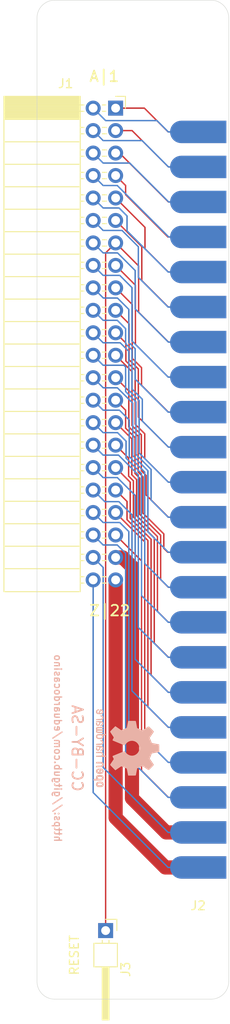
<source format=kicad_pcb>
(kicad_pcb (version 20221018) (generator pcbnew)
  (layers (0 "F.Cu" signal) (31 "B.Cu" signal) (34 "B.Paste" user) (35 "F.Paste" user) (36 "B.SilkS" user "B.Silkscreen") (37 "F.SilkS" user "F.Silkscreen") (38 "B.Mask" user) (39 "F.Mask" user) (44 "Edge.Cuts" user))
  (net 0 "")
  (net 1 "Net-(J1-SYNC)")
  (net 2 "Net-(J1-~{RDY})")
  (net 3 "Net-(J1-Ø1)")
  (net 4 "Net-(J1-~{IRQ})")
  (net 5 "Net-(J1-R0)")
  (net 6 "Net-(J1-~{NMI})")
  (net 7 "Net-(J1-~{RES})")
  (net 8 "Net-(J1-D7)")
  (net 9 "Net-(J1-D6)")
  (net 10 "Net-(J1-D5)")
  (net 11 "Net-(J1-D4)")
  (net 12 "Net-(J1-D3)")
  (net 13 "Net-(J1-D2)")
  (net 14 "Net-(J1-D1)")
  (net 15 "Net-(J1-D0)")
  (net 16 "Net-(J1-K6)")
  (net 17 "Net-(J1-SST)")
  (net 18 "Net-(J1-N.C.-Pad18)")
  (net 19 "Net-(J1-N.C.-Pad19)")
  (net 20 "Net-(J1-N.C.-Pad20)")
  (net 21 "Net-(J1-+5V)")
  (net 22 "Net-(J1-GND)")
  (net 23 "Net-(J1-A0)")
  (net 24 "Net-(J1-A1)")
  (net 25 "Net-(J1-A2)")
  (net 26 "Net-(J1-A3)")
  (net 27 "Net-(J1-A4)")
  (net 28 "Net-(J1-A5)")
  (net 29 "Net-(J1-A6)")
  (net 30 "Net-(J1-A7)")
  (net 31 "Net-(J1-A8)")
  (net 32 "Net-(J1-A9)")
  (net 33 "Net-(J1-A10)")
  (net 34 "Net-(J1-A11)")
  (net 35 "Net-(J1-A12)")
  (net 36 "Net-(J1-A13)")
  (net 37 "Net-(J1-A14)")
  (net 38 "Net-(J1-A15)")
  (net 39 "Net-(J1-Ø2)")
  (net 40 "Net-(J1-R{slash}~{W})")
  (net 41 "Net-(J1-~{R}{slash}W)")
  (net 42 "Net-(J1-PLL)")
  (net 43 "Net-(J1-~{Ø2})")
  (net 44 "Net-(J1-RAMRW)")
  (footprint "Connector_PinHeader_2.54mm:PinHeader_1x01_P2.54mm_Horizontal" (layer "F.Cu") (at 150.52 147.435 -90)
    (fp_text reference "J3" (at 4.385 -2.27 -90) (layer "F.SilkS"))
    (fp_text value "RESET")
    (pad "1" thru_hole rect (at 0 0 270) (size 1.7 1.7) (drill 1) (layers "*.Cu" "*.Mask") (net 7 "Net-(J1-~{RES})"))
  )
  (footprint "Kim-1:KIM_EDGE" (layer "F.Cu") (at 160.99 98.72)
    (fp_text reference "J2" (at 0 45.9) (layer "F.SilkS"))
    (fp_text value "KIM-1")
    (pad "1" connect roundrect (at 0 -41.58 270) (size 2.54 6.36) (layers "F.Cu" "F.Mask") (roundrect_rratio 0.5) (chamfer_ratio 0) (chamfer top_left top_right) (net 1 "Net-(J1-SYNC)"))
    (pad "2" connect roundrect (at 0 -37.62 270) (size 2.54 6.36) (layers "F.Cu" "F.Mask") (roundrect_rratio 0.5) (chamfer_ratio 0) (chamfer top_left top_right) (net 2 "Net-(J1-~{RDY})"))
    (pad "3" connect roundrect (at 0 -33.66 270) (size 2.54 6.36) (layers "F.Cu" "F.Mask") (roundrect_rratio 0.5) (chamfer_ratio 0) (chamfer top_left top_right) (net 3 "Net-(J1-Ø1)"))
    (pad "4" connect roundrect (at 0 -29.7 270) (size 2.54 6.36) (layers "F.Cu" "F.Mask") (roundrect_rratio 0.5) (chamfer_ratio 0) (chamfer top_left top_right) (net 4 "Net-(J1-~{IRQ})"))
    (pad "5" connect roundrect (at 0 -25.74 270) (size 2.54 6.36) (layers "F.Cu" "F.Mask") (roundrect_rratio 0.5) (chamfer_ratio 0) (chamfer top_left top_right) (net 5 "Net-(J1-R0)"))
    (pad "6" connect roundrect (at 0 -21.78 270) (size 2.54 6.36) (layers "F.Cu" "F.Mask") (roundrect_rratio 0.5) (chamfer_ratio 0) (chamfer top_left top_right) (net 6 "Net-(J1-~{NMI})"))
    (pad "7" connect roundrect (at 0 -17.82 270) (size 2.54 6.36) (layers "F.Cu" "F.Mask") (roundrect_rratio 0.5) (chamfer_ratio 0) (chamfer top_left top_right) (net 7 "Net-(J1-~{RES})"))
    (pad "8" connect roundrect (at 0 -13.86 270) (size 2.54 6.36) (layers "F.Cu" "F.Mask") (roundrect_rratio 0.5) (chamfer_ratio 0) (chamfer top_left top_right) (net 8 "Net-(J1-D7)"))
    (pad "9" connect roundrect (at 0 -9.9 270) (size 2.54 6.36) (layers "F.Cu" "F.Mask") (roundrect_rratio 0.5) (chamfer_ratio 0) (chamfer top_left top_right) (net 9 "Net-(J1-D6)"))
    (pad "10" connect roundrect (at 0 -5.94 270) (size 2.54 6.36) (layers "F.Cu" "F.Mask") (roundrect_rratio 0.5) (chamfer_ratio 0) (chamfer top_left top_right) (net 10 "Net-(J1-D5)"))
    (pad "11" connect roundrect (at 0 -1.98 270) (size 2.54 6.36) (layers "F.Cu" "F.Mask") (roundrect_rratio 0.5) (chamfer_ratio 0) (chamfer top_left top_right) (net 11 "Net-(J1-D4)"))
    (pad "12" connect roundrect (at 0 1.98 270) (size 2.54 6.36) (layers "F.Cu" "F.Mask") (roundrect_rratio 0.5) (chamfer_ratio 0) (chamfer top_left top_right) (net 12 "Net-(J1-D3)"))
    (pad "13" connect roundrect (at 0 5.94 270) (size 2.54 6.36) (layers "F.Cu" "F.Mask") (roundrect_rratio 0.5) (chamfer_ratio 0) (chamfer top_left top_right) (net 13 "Net-(J1-D2)"))
    (pad "14" connect roundrect (at 0 9.9 270) (size 2.54 6.36) (layers "F.Cu" "F.Mask") (roundrect_rratio 0.5) (chamfer_ratio 0) (chamfer top_left top_right) (net 14 "Net-(J1-D1)"))
    (pad "15" connect roundrect (at 0 13.86 270) (size 2.54 6.36) (layers "F.Cu" "F.Mask") (roundrect_rratio 0.5) (chamfer_ratio 0) (chamfer top_left top_right) (net 15 "Net-(J1-D0)"))
    (pad "16" connect roundrect (at 0 17.82 270) (size 2.54 6.36) (layers "F.Cu" "F.Mask") (roundrect_rratio 0.5) (chamfer_ratio 0) (chamfer top_left top_right) (net 16 "Net-(J1-K6)"))
    (pad "17" connect roundrect (at 0 21.78 270) (size 2.54 6.36) (layers "F.Cu" "F.Mask") (roundrect_rratio 0.5) (chamfer_ratio 0) (chamfer top_left top_right) (net 17 "Net-(J1-SST)"))
    (pad "18" connect roundrect (at 0 25.74 270) (size 2.54 6.36) (layers "F.Cu" "F.Mask") (roundrect_rratio 0.5) (chamfer_ratio 0) (chamfer top_left top_right) (net 18 "Net-(J1-N.C.-Pad18)"))
    (pad "19" connect roundrect (at 0 29.7 270) (size 2.54 6.36) (layers "F.Cu" "F.Mask") (roundrect_rratio 0.5) (chamfer_ratio 0) (chamfer top_left top_right) (net 19 "Net-(J1-N.C.-Pad19)"))
    (pad "20" connect roundrect (at 0 33.66 270) (size 2.54 6.36) (layers "F.Cu" "F.Mask") (roundrect_rratio 0.5) (chamfer_ratio 0) (chamfer top_left top_right) (net 20 "Net-(J1-N.C.-Pad20)"))
    (pad "21" connect roundrect (at 0 37.62 270) (size 2.54 6.36) (layers "F.Cu" "F.Mask") (roundrect_rratio 0.5) (chamfer_ratio 0) (chamfer top_left top_right) (net 21 "Net-(J1-+5V)"))
    (pad "22" connect roundrect (at 0 41.58 270) (size 2.54 6.36) (layers "F.Cu" "F.Mask") (roundrect_rratio 0.5) (chamfer_ratio 0) (chamfer top_left top_right) (net 22 "Net-(J1-GND)"))
    (pad "A" connect roundrect (at 0 -41.58 270) (size 2.54 6.36) (layers "B.Cu" "B.Mask") (roundrect_rratio 0.5) (chamfer_ratio 0) (chamfer top_left top_right) (net 23 "Net-(J1-A0)"))
    (pad "B" connect roundrect (at 0 -37.62 270) (size 2.54 6.36) (layers "B.Cu" "B.Mask") (roundrect_rratio 0.5) (chamfer_ratio 0) (chamfer top_left top_right) (net 24 "Net-(J1-A1)"))
    (pad "C" connect roundrect (at 0 -33.66 270) (size 2.54 6.36) (layers "B.Cu" "B.Mask") (roundrect_rratio 0.5) (chamfer_ratio 0) (chamfer top_left top_right) (net 25 "Net-(J1-A2)"))
    (pad "D" connect roundrect (at 0 -29.7 270) (size 2.54 6.36) (layers "B.Cu" "B.Mask") (roundrect_rratio 0.5) (chamfer_ratio 0) (chamfer top_left top_right) (net 26 "Net-(J1-A3)"))
    (pad "E" connect roundrect (at 0 -25.74 270) (size 2.54 6.36) (layers "B.Cu" "B.Mask") (roundrect_rratio 0.5) (chamfer_ratio 0) (chamfer top_left top_right) (net 27 "Net-(J1-A4)"))
    (pad "F" connect roundrect (at 0 -21.78 270) (size 2.54 6.36) (layers "B.Cu" "B.Mask") (roundrect_rratio 0.5) (chamfer_ratio 0) (chamfer top_left top_right) (net 28 "Net-(J1-A5)"))
    (pad "H" connect roundrect (at 0 -17.82 270) (size 2.54 6.36) (layers "B.Cu" "B.Mask") (roundrect_rratio 0.5) (chamfer_ratio 0) (chamfer top_left top_right) (net 29 "Net-(J1-A6)"))
    (pad "J" connect roundrect (at 0 -13.86 270) (size 2.54 6.36) (layers "B.Cu" "B.Mask") (roundrect_rratio 0.5) (chamfer_ratio 0) (chamfer top_left top_right) (net 30 "Net-(J1-A7)"))
    (pad "K" connect roundrect (at 0 -9.9 270) (size 2.54 6.36) (layers "B.Cu" "B.Mask") (roundrect_rratio 0.5) (chamfer_ratio 0) (chamfer top_left top_right) (net 31 "Net-(J1-A8)"))
    (pad "L" connect roundrect (at 0 -5.94 270) (size 2.54 6.36) (layers "B.Cu" "B.Mask") (roundrect_rratio 0.5) (chamfer_ratio 0) (chamfer top_left top_right) (net 32 "Net-(J1-A9)"))
    (pad "M" connect roundrect (at 0 -1.98 270) (size 2.54 6.36) (layers "B.Cu" "B.Mask") (roundrect_rratio 0.5) (chamfer_ratio 0) (chamfer top_left top_right) (net 33 "Net-(J1-A10)"))
    (pad "N" connect roundrect (at 0 1.98 270) (size 2.54 6.36) (layers "B.Cu" "B.Mask") (roundrect_rratio 0.5) (chamfer_ratio 0) (chamfer top_left top_right) (net 34 "Net-(J1-A11)"))
    (pad "P" connect roundrect (at 0 5.94 270) (size 2.54 6.36) (layers "B.Cu" "B.Mask") (roundrect_rratio 0.5) (chamfer_ratio 0) (chamfer top_left top_right) (net 35 "Net-(J1-A12)"))
    (pad "R" connect roundrect (at 0 9.9 270) (size 2.54 6.36) (layers "B.Cu" "B.Mask") (roundrect_rratio 0.5) (chamfer_ratio 0) (chamfer top_left top_right) (net 36 "Net-(J1-A13)"))
    (pad "S" connect roundrect (at 0 13.86 270) (size 2.54 6.36) (layers "B.Cu" "B.Mask") (roundrect_rratio 0.5) (chamfer_ratio 0) (chamfer top_left top_right) (net 37 "Net-(J1-A14)"))
    (pad "T" connect roundrect (at 0 17.82 270) (size 2.54 6.36) (layers "B.Cu" "B.Mask") (roundrect_rratio 0.5) (chamfer_ratio 0) (chamfer top_left top_right) (net 38 "Net-(J1-A15)"))
    (pad "U" connect roundrect (at 0 21.78 270) (size 2.54 6.36) (layers "B.Cu" "B.Mask") (roundrect_rratio 0.5) (chamfer_ratio 0) (chamfer top_left top_right) (net 39 "Net-(J1-Ø2)"))
    (pad "V" connect roundrect (at 0 25.74 270) (size 2.54 6.36) (layers "B.Cu" "B.Mask") (roundrect_rratio 0.5) (chamfer_ratio 0) (chamfer top_left top_right) (net 40 "Net-(J1-R{slash}~{W})"))
    (pad "W" connect roundrect (at 0 29.7 270) (size 2.54 6.36) (layers "B.Cu" "B.Mask") (roundrect_rratio 0.5) (chamfer_ratio 0) (chamfer top_left top_right) (net 41 "Net-(J1-~{R}{slash}W)"))
    (pad "X" connect roundrect (at 0 33.66 270) (size 2.54 6.36) (layers "B.Cu" "B.Mask") (roundrect_rratio 0.5) (chamfer_ratio 0) (chamfer top_left top_right) (net 42 "Net-(J1-PLL)"))
    (pad "Y" connect roundrect (at 0 37.62 270) (size 2.54 6.36) (layers "B.Cu" "B.Mask") (roundrect_rratio 0.5) (chamfer_ratio 0) (chamfer top_left top_right) (net 43 "Net-(J1-~{Ø2})"))
    (pad "Z" connect roundrect (at 0 41.58 270) (size 2.54 6.36) (layers "B.Cu" "B.Mask") (roundrect_rratio 0.5) (chamfer_ratio 0) (chamfer top_left top_right) (net 44 "Net-(J1-RAMRW)"))
  )
  (footprint "Pal-2:PinSocket_2x22_P2.54mm_Horizontal" (layer "F.Cu") (at 151.65 54.45)
    (fp_text reference "J1" (at -5.65 -2.77) (layer "F.SilkS"))
    (fp_text value "Peripheral")
    (pad "1" thru_hole rect (at 0 0) (size 1.7 1.7) (drill 1) (layers "*.Cu" "*.Mask") (net 1 "Net-(J1-SYNC)"))
    (pad "2" thru_hole oval (at 0 2.54) (size 1.7 1.7) (drill 1) (layers "*.Cu" "*.Mask") (net 2 "Net-(J1-~{RDY})"))
    (pad "3" thru_hole oval (at 0 5.08) (size 1.7 1.7) (drill 1) (layers "*.Cu" "*.Mask") (net 3 "Net-(J1-Ø1)"))
    (pad "4" thru_hole oval (at 0 7.62) (size 1.7 1.7) (drill 1) (layers "*.Cu" "*.Mask") (net 4 "Net-(J1-~{IRQ})"))
    (pad "5" thru_hole oval (at 0 10.16) (size 1.7 1.7) (drill 1) (layers "*.Cu" "*.Mask") (net 5 "Net-(J1-R0)"))
    (pad "6" thru_hole oval (at 0 12.7) (size 1.7 1.7) (drill 1) (layers "*.Cu" "*.Mask") (net 6 "Net-(J1-~{NMI})"))
    (pad "7" thru_hole oval (at 0 15.24) (size 1.7 1.7) (drill 1) (layers "*.Cu" "*.Mask") (net 7 "Net-(J1-~{RES})"))
    (pad "8" thru_hole oval (at 0 17.78) (size 1.7 1.7) (drill 1) (layers "*.Cu" "*.Mask") (net 8 "Net-(J1-D7)"))
    (pad "9" thru_hole oval (at 0 20.32) (size 1.7 1.7) (drill 1) (layers "*.Cu" "*.Mask") (net 9 "Net-(J1-D6)"))
    (pad "10" thru_hole oval (at 0 22.86) (size 1.7 1.7) (drill 1) (layers "*.Cu" "*.Mask") (net 10 "Net-(J1-D5)"))
    (pad "11" thru_hole oval (at 0 25.4) (size 1.7 1.7) (drill 1) (layers "*.Cu" "*.Mask") (net 11 "Net-(J1-D4)"))
    (pad "12" thru_hole oval (at 0 27.94) (size 1.7 1.7) (drill 1) (layers "*.Cu" "*.Mask") (net 12 "Net-(J1-D3)"))
    (pad "13" thru_hole oval (at 0 30.48) (size 1.7 1.7) (drill 1) (layers "*.Cu" "*.Mask") (net 13 "Net-(J1-D2)"))
    (pad "14" thru_hole oval (at 0 33.02) (size 1.7 1.7) (drill 1) (layers "*.Cu" "*.Mask") (net 14 "Net-(J1-D1)"))
    (pad "15" thru_hole oval (at 0 35.56) (size 1.7 1.7) (drill 1) (layers "*.Cu" "*.Mask") (net 15 "Net-(J1-D0)"))
    (pad "16" thru_hole oval (at 0 38.1) (size 1.7 1.7) (drill 1) (layers "*.Cu" "*.Mask") (net 16 "Net-(J1-K6)"))
    (pad "17" thru_hole oval (at 0 40.64) (size 1.7 1.7) (drill 1) (layers "*.Cu" "*.Mask") (net 17 "Net-(J1-SST)"))
    (pad "18" thru_hole oval (at 0 43.18) (size 1.7 1.7) (drill 1) (layers "*.Cu" "*.Mask") (net 18 "Net-(J1-N.C.-Pad18)"))
    (pad "19" thru_hole oval (at 0 45.72) (size 1.7 1.7) (drill 1) (layers "*.Cu" "*.Mask") (net 19 "Net-(J1-N.C.-Pad19)"))
    (pad "20" thru_hole oval (at 0 48.26) (size 1.7 1.7) (drill 1) (layers "*.Cu" "*.Mask") (net 20 "Net-(J1-N.C.-Pad20)"))
    (pad "21" thru_hole oval (at 0 50.8) (size 1.7 1.7) (drill 1) (layers "*.Cu" "*.Mask") (net 21 "Net-(J1-+5V)"))
    (pad "22" thru_hole oval (at 0 53.34) (size 1.7 1.7) (drill 1) (layers "*.Cu" "*.Mask") (net 22 "Net-(J1-GND)"))
    (pad "A" thru_hole oval (at -2.54 0) (size 1.7 1.7) (drill 1) (layers "*.Cu" "*.Mask") (net 23 "Net-(J1-A0)"))
    (pad "B" thru_hole oval (at -2.54 2.54) (size 1.7 1.7) (drill 1) (layers "*.Cu" "*.Mask") (net 24 "Net-(J1-A1)"))
    (pad "C" thru_hole oval (at -2.54 5.08) (size 1.7 1.7) (drill 1) (layers "*.Cu" "*.Mask") (net 25 "Net-(J1-A2)"))
    (pad "D" thru_hole oval (at -2.54 7.62) (size 1.7 1.7) (drill 1) (layers "*.Cu" "*.Mask") (net 26 "Net-(J1-A3)"))
    (pad "E" thru_hole oval (at -2.54 10.16) (size 1.7 1.7) (drill 1) (layers "*.Cu" "*.Mask") (net 27 "Net-(J1-A4)"))
    (pad "F" thru_hole oval (at -2.54 12.7) (size 1.7 1.7) (drill 1) (layers "*.Cu" "*.Mask") (net 28 "Net-(J1-A5)"))
    (pad "H" thru_hole oval (at -2.54 15.24) (size 1.7 1.7) (drill 1) (layers "*.Cu" "*.Mask") (net 29 "Net-(J1-A6)"))
    (pad "J" thru_hole oval (at -2.54 17.78) (size 1.7 1.7) (drill 1) (layers "*.Cu" "*.Mask") (net 30 "Net-(J1-A7)"))
    (pad "K" thru_hole oval (at -2.54 20.32) (size 1.7 1.7) (drill 1) (layers "*.Cu" "*.Mask") (net 31 "Net-(J1-A8)"))
    (pad "L" thru_hole oval (at -2.54 22.86) (size 1.7 1.7) (drill 1) (layers "*.Cu" "*.Mask") (net 32 "Net-(J1-A9)"))
    (pad "M" thru_hole oval (at -2.54 25.4) (size 1.7 1.7) (drill 1) (layers "*.Cu" "*.Mask") (net 33 "Net-(J1-A10)"))
    (pad "N" thru_hole oval (at -2.54 27.94) (size 1.7 1.7) (drill 1) (layers "*.Cu" "*.Mask") (net 34 "Net-(J1-A11)"))
    (pad "P" thru_hole oval (at -2.54 30.48) (size 1.7 1.7) (drill 1) (layers "*.Cu" "*.Mask") (net 35 "Net-(J1-A12)"))
    (pad "R" thru_hole oval (at -2.54 33.02) (size 1.7 1.7) (drill 1) (layers "*.Cu" "*.Mask") (net 36 "Net-(J1-A13)"))
    (pad "S" thru_hole oval (at -2.54 35.56) (size 1.7 1.7) (drill 1) (layers "*.Cu" "*.Mask") (net 37 "Net-(J1-A14)"))
    (pad "T" thru_hole oval (at -2.54 38.1) (size 1.7 1.7) (drill 1) (layers "*.Cu" "*.Mask") (net 38 "Net-(J1-A15)"))
    (pad "U" thru_hole oval (at -2.54 40.64) (size 1.7 1.7) (drill 1) (layers "*.Cu" "*.Mask") (net 39 "Net-(J1-Ø2)"))
    (pad "V" thru_hole oval (at -2.54 43.18) (size 1.7 1.7) (drill 1) (layers "*.Cu" "*.Mask") (net 40 "Net-(J1-R{slash}~{W})"))
    (pad "W" thru_hole oval (at -2.54 45.72) (size 1.7 1.7) (drill 1) (layers "*.Cu" "*.Mask") (net 41 "Net-(J1-~{R}{slash}W)"))
    (pad "X" thru_hole oval (at -2.54 48.26) (size 1.7 1.7) (drill 1) (layers "*.Cu" "*.Mask") (net 42 "Net-(J1-PLL)"))
    (pad "Y" thru_hole oval (at -2.54 50.8) (size 1.7 1.7) (drill 1) (layers "*.Cu" "*.Mask") (net 43 "Net-(J1-~{Ø2})"))
    (pad "Z" thru_hole oval (at -2.54 53.34) (size 1.7 1.7) (drill 1) (layers "*.Cu" "*.Mask") (net 44 "Net-(J1-RAMRW)"))
  )
  (footprint "Symbol:OSHW-Logo2_9.8x8mm_SilkScreen" (layer "B.Cu") (at 152.87 126.82 90)
    (fp_text reference "REF**" hide)
    (fp_text value "OSHW-Logo2_9.8x8mm_SilkScreen" hide)
  )
  (gr_arc (start 144.76 155.19) (mid 143.345786 154.604214) (end 142.76 153.19) (stroke (width 0.05)) (layer "Edge.Cuts"))
  (gr_line (start 142.76 153.19) (end 142.76 44.25) (stroke (width 0.05)) (layer "Edge.Cuts"))
  (gr_line (start 162.44 155.19) (end 144.76 155.19) (stroke (width 0.05)) (layer "Edge.Cuts"))
  (gr_arc (start 164.44 153.19) (mid 163.854214 154.604214) (end 162.44 155.19) (stroke (width 0.05)) (layer "Edge.Cuts"))
  (gr_line (start 164.44 44.25) (end 164.44 153.19) (stroke (width 0.05)) (layer "Edge.Cuts"))
  (gr_arc (start 162.44 42.25) (mid 163.854214 42.835786) (end 164.44 44.25) (stroke (width 0.05)) (layer "Edge.Cuts"))
  (gr_line (start 144.76 42.25) (end 162.44 42.25) (stroke (width 0.05)) (layer "Edge.Cuts"))
  (gr_arc (start 142.76 44.25) (mid 143.345786 42.835786) (end 144.76 42.25) (stroke (width 0.05)) (layer "Edge.Cuts"))
  (gr_text "CC-BY-SA" (at 147.31 126.82 270) (layer "B.SilkS") (effects (font (size 1.2 1.2) (thickness 0.2) bold) (justify mirror)))
  (gr_text "https://gitgub.com/eduardocasino" (at 145.11 126.82 270) (layer "B.SilkS") (effects (font (size 0.8 0.8) (thickness 0.15) bold) (justify mirror)))
  (gr_text "Z|22" (at 148.57 110.56) (layer "F.SilkS") (effects (font (size 1.2 1.2) (thickness 0.2) bold) (justify left top)))
  (gr_text "A|1" (at 148.57 50.16) (layer "F.SilkS") (effects (font (size 1.2 1.2) (thickness 0.2) bold) (justify left top)))
  (gr_text "RESET" (at 147.56 152.58 90) (layer "F.SilkS") (effects (font (size 1 1)) (justify left bottom)))
  (segment (start 160.99 57.14) (end 157.59 57.14) (width 0.16) (layer "F.Cu") (net 1))
  (segment (start 157.59 57.14) (end 154.9 54.45) (width 0.16) (layer "F.Cu") (net 1))
  (segment (start 154.9 54.45) (end 151.65 54.45) (width 0.16) (layer "F.Cu") (net 1))
  (segment (start 153.51 56.99) (end 151.65 56.99) (width 0.16) (layer "F.Cu") (net 2))
  (segment (start 157.62 61.1) (end 153.51 56.99) (width 0.16) (layer "F.Cu") (net 2))
  (segment (start 160.99 61.1) (end 157.62 61.1) (width 0.16) (layer "F.Cu") (net 2))
  (segment (start 152.09 59.53) (end 151.65 59.53) (width 0.16) (layer "F.Cu") (net 3))
  (segment (start 160.99 65.06) (end 157.62 65.06) (width 0.16) (layer "F.Cu") (net 3))
  (segment (start 157.62 65.06) (end 152.09 59.53) (width 0.16) (layer "F.Cu") (net 3))
  (segment (start 152.78 64.23) (end 152.78 63.2) (width 0.16) (layer "F.Cu") (net 4))
  (segment (start 160.99 69.02) (end 157.57 69.02) (width 0.16) (layer "F.Cu") (net 4))
  (segment (start 152.78 63.2) (end 151.65 62.07) (width 0.16) (layer "F.Cu") (net 4))
  (segment (start 157.57 69.02) (end 152.78 64.23) (width 0.16) (layer "F.Cu") (net 4))
  (segment (start 157.61 72.98) (end 154.97 70.34) (width 0.16) (layer "F.Cu") (net 5))
  (segment (start 154.97 67.93) (end 151.65 64.61) (width 0.16) (layer "F.Cu") (net 5))
  (segment (start 154.97 70.34) (end 154.97 67.93) (width 0.16) (layer "F.Cu") (net 5))
  (segment (start 160.99 72.98) (end 157.61 72.98) (width 0.16) (layer "F.Cu") (net 5))
  (segment (start 157.61 76.94) (end 154.61 73.94) (width 0.16) (layer "F.Cu") (net 6))
  (segment (start 154.61 70.11) (end 151.65 67.15) (width 0.16) (layer "F.Cu") (net 6))
  (segment (start 160.99 76.94) (end 157.61 76.94) (width 0.16) (layer "F.Cu") (net 6))
  (segment (start 154.61 73.94) (end 154.61 70.11) (width 0.16) (layer "F.Cu") (net 6))
  (segment (start 160.99 80.9) (end 157.63 80.9) (width 0.16) (layer "F.Cu") (net 7))
  (segment (start 154.25 72.29) (end 151.65 69.69) (width 0.16) (layer "F.Cu") (net 7))
  (segment (start 157.63 80.9) (end 154.25 77.52) (width 0.16) (layer "F.Cu") (net 7))
  (segment (start 150.52 70.82) (end 151.65 69.69) (width 0.16) (layer "F.Cu") (net 7))
  (segment (start 154.25 77.52) (end 154.25 72.29) (width 0.16) (layer "F.Cu") (net 7))
  (segment (start 150.52 147.435) (end 150.52 70.82) (width 0.16) (layer "F.Cu") (net 7))
  (segment (start 160.99 84.86) (end 157.6 84.86) (width 0.16) (layer "F.Cu") (net 8))
  (segment (start 153.89 81.15) (end 153.89 74.47) (width 0.16) (layer "F.Cu") (net 8))
  (segment (start 153.89 74.47) (end 151.65 72.23) (width 0.16) (layer "F.Cu") (net 8))
  (segment (start 157.6 84.86) (end 153.89 81.15) (width 0.16) (layer "F.Cu") (net 8))
  (segment (start 153.53 82.74) (end 153.53 76.65) (width 0.16) (layer "F.Cu") (net 9))
  (segment (start 157.62 88.82) (end 154.58 85.78) (width 0.16) (layer "F.Cu") (net 9))
  (segment (start 160.99 88.82) (end 157.62 88.82) (width 0.16) (layer "F.Cu") (net 9))
  (segment (start 154.58 83.79) (end 153.53 82.74) (width 0.16) (layer "F.Cu") (net 9))
  (segment (start 153.53 76.65) (end 151.65 74.77) (width 0.16) (layer "F.Cu") (net 9))
  (segment (start 154.58 85.78) (end 154.58 83.79) (width 0.16) (layer "F.Cu") (net 9))
  (segment (start 153.17 78.83) (end 151.65 77.31) (width 0.16) (layer "F.Cu") (net 10))
  (segment (start 153.17 82.89) (end 153.17 78.83) (width 0.16) (layer "F.Cu") (net 10))
  (segment (start 154.22 83.94) (end 153.17 82.89) (width 0.16) (layer "F.Cu") (net 10))
  (segment (start 154.22 89.38) (end 154.22 83.94) (width 0.16) (layer "F.Cu") (net 10))
  (segment (start 160.99 92.78) (end 157.62 92.78) (width 0.16) (layer "F.Cu") (net 10))
  (segment (start 157.62 92.78) (end 154.22 89.38) (width 0.16) (layer "F.Cu") (net 10))
  (segment (start 152.81 81.01) (end 151.65 79.85) (width 0.16) (layer "F.Cu") (net 11))
  (segment (start 154.943232 94.063232) (end 154.943232 91.266768) (width 0.16) (layer "F.Cu") (net 11))
  (segment (start 160.99 96.74) (end 157.62 96.74) (width 0.16) (layer "F.Cu") (net 11))
  (segment (start 153.86 90.183536) (end 153.86 84.09) (width 0.16) (layer "F.Cu") (net 11))
  (segment (start 152.81 83.04) (end 152.81 81.01) (width 0.16) (layer "F.Cu") (net 11))
  (segment (start 153.86 84.09) (end 152.81 83.04) (width 0.16) (layer "F.Cu") (net 11))
  (segment (start 154.943232 91.266768) (end 153.86 90.183536) (width 0.16) (layer "F.Cu") (net 11))
  (segment (start 157.62 96.74) (end 154.943232 94.063232) (width 0.16) (layer "F.Cu") (net 11))
  (segment (start 157.62 100.7) (end 155.1 98.18) (width 0.16) (layer "F.Cu") (net 12))
  (segment (start 154.56 95.44) (end 154.56 91.392652) (width 0.16) (layer "F.Cu") (net 12))
  (segment (start 155.1 98.18) (end 155.1 95.98) (width 0.16) (layer "F.Cu") (net 12))
  (segment (start 155.1 95.98) (end 154.56 95.44) (width 0.16) (layer "F.Cu") (net 12))
  (segment (start 154.56 91.392652) (end 153.5 90.332652) (width 0.16) (layer "F.Cu") (net 12))
  (segment (start 153.5 84.24) (end 151.65 82.39) (width 0.16) (layer "F.Cu") (net 12))
  (segment (start 153.5 90.332652) (end 153.5 84.24) (width 0.16) (layer "F.Cu") (net 12))
  (segment (start 160.99 100.7) (end 157.62 100.7) (width 0.16) (layer "F.Cu") (net 12))
  (segment (start 157.1 104.22) (end 157.1 102.59) (width 0.16) (layer "F.Cu") (net 13))
  (segment (start 157.1 102.59) (end 154.74 100.23) (width 0.16) (layer "F.Cu") (net 13))
  (segment (start 154.74 100.23) (end 154.74 96.13) (width 0.16) (layer "F.Cu") (net 13))
  (segment (start 154.2 95.59) (end 154.2 91.541768) (width 0.16) (layer "F.Cu") (net 13))
  (segment (start 157.54 104.66) (end 157.1 104.22) (width 0.16) (layer "F.Cu") (net 13))
  (segment (start 160.99 104.66) (end 157.54 104.66) (width 0.16) (layer "F.Cu") (net 13))
  (segment (start 153.14 86.42) (end 151.65 84.93) (width 0.16) (layer "F.Cu") (net 13))
  (segment (start 154.74 96.13) (end 154.2 95.59) (width 0.16) (layer "F.Cu") (net 13))
  (segment (start 154.2 91.541768) (end 153.14 90.481768) (width 0.16) (layer "F.Cu") (net 13))
  (segment (start 153.14 90.481768) (end 153.14 86.42) (width 0.16) (layer "F.Cu") (net 13))
  (segment (start 152.78 90.630884) (end 152.78 88.6) (width 0.16) (layer "F.Cu") (net 14))
  (segment (start 160.99 108.62) (end 157.61 108.62) (width 0.16) (layer "F.Cu") (net 14))
  (segment (start 153.84 95.75) (end 153.84 91.690884) (width 0.16) (layer "F.Cu") (net 14))
  (segment (start 154.38 100.38) (end 154.38 96.29) (width 0.16) (layer "F.Cu") (net 14))
  (segment (start 157.61 108.62) (end 156.74 107.75) (width 0.16) (layer "F.Cu") (net 14))
  (segment (start 156.74 107.75) (end 156.74 102.74) (width 0.16) (layer "F.Cu") (net 14))
  (segment (start 152.78 88.6) (end 151.65 87.47) (width 0.16) (layer "F.Cu") (net 14))
  (segment (start 156.74 102.74) (end 154.38 100.38) (width 0.16) (layer "F.Cu") (net 14))
  (segment (start 154.38 96.29) (end 153.84 95.75) (width 0.16) (layer "F.Cu") (net 14))
  (segment (start 153.84 91.690884) (end 152.78 90.630884) (width 0.16) (layer "F.Cu") (net 14))
  (segment (start 153.48 95.9) (end 153.48 91.84) (width 0.16) (layer "F.Cu") (net 15))
  (segment (start 154.02 100.529116) (end 154.02 96.44) (width 0.16) (layer "F.Cu") (net 15))
  (segment (start 154.02 96.44) (end 153.48 95.9) (width 0.16) (layer "F.Cu") (net 15))
  (segment (start 156.38 102.889116) (end 154.02 100.529116) (width 0.16) (layer "F.Cu") (net 15))
  (segment (start 156.38 111.34) (end 156.38 102.889116) (width 0.16) (layer "F.Cu") (net 15))
  (segment (start 160.99 112.58) (end 157.62 112.58) (width 0.16) (layer "F.Cu") (net 15))
  (segment (start 157.62 112.58) (end 156.38 111.34) (width 0.16) (layer "F.Cu") (net 15))
  (segment (start 153.48 91.84) (end 151.65 90.01) (width 0.16) (layer "F.Cu") (net 15))
  (segment (start 153.12 94.02) (end 151.65 92.55) (width 0.16) (layer "F.Cu") (net 16))
  (segment (start 153.12 96.05) (end 153.12 94.02) (width 0.16) (layer "F.Cu") (net 16))
  (segment (start 153.66 96.59) (end 153.12 96.05) (width 0.16) (layer "F.Cu") (net 16))
  (segment (start 157.63 116.54) (end 156.02 114.93) (width 0.16) (layer "F.Cu") (net 16))
  (segment (start 160.99 116.54) (end 157.63 116.54) (width 0.16) (layer "F.Cu") (net 16))
  (segment (start 156.02 103.038232) (end 153.66 100.678232) (width 0.16) (layer "F.Cu") (net 16))
  (segment (start 153.66 100.678232) (end 153.66 96.59) (width 0.16) (layer "F.Cu") (net 16))
  (segment (start 156.02 114.93) (end 156.02 103.038232) (width 0.16) (layer "F.Cu") (net 16))
  (segment (start 155.66 118.54) (end 155.66 103.187348) (width 0.16) (layer "F.Cu") (net 17))
  (segment (start 153.3 100.827348) (end 153.3 96.74) (width 0.16) (layer "F.Cu") (net 17))
  (segment (start 155.66 103.187348) (end 153.3 100.827348) (width 0.16) (layer "F.Cu") (net 17))
  (segment (start 153.3 96.74) (end 151.65 95.09) (width 0.16) (layer "F.Cu") (net 17))
  (segment (start 157.62 120.5) (end 155.66 118.54) (width 0.16) (layer "F.Cu") (net 17))
  (segment (start 160.99 120.5) (end 157.62 120.5) (width 0.16) (layer "F.Cu") (net 17))
  (segment (start 155.3 103.336464) (end 152.94 100.976464) (width 0.16) (layer "F.Cu") (net 18))
  (segment (start 152.94 100.976464) (end 152.94 98.92) (width 0.16) (layer "F.Cu") (net 18))
  (segment (start 152.94 98.92) (end 151.65 97.63) (width 0.16) (layer "F.Cu") (net 18))
  (segment (start 160.99 124.46) (end 157.61 124.46) (width 0.16) (layer "F.Cu") (net 18))
  (segment (start 155.3 122.15) (end 155.3 103.336464) (width 0.16) (layer "F.Cu") (net 18))
  (segment (start 157.61 124.46) (end 155.3 122.15) (width 0.16) (layer "F.Cu") (net 18))
  (segment (start 154.94 103.48558) (end 151.65 100.19558) (width 0.16) (layer "F.Cu") (net 19))
  (segment (start 157.61 128.42) (end 154.94 125.75) (width 0.16) (layer "F.Cu") (net 19))
  (segment (start 151.65 100.19558) (end 151.65 100.17) (width 0.16) (layer "F.Cu") (net 19))
  (segment (start 154.94 125.75) (end 154.94 103.48558) (width 0.16) (layer "F.Cu") (net 19))
  (segment (start 160.99 128.42) (end 157.61 128.42) (width 0.16) (layer "F.Cu") (net 19))
  (segment (start 157.62 132.38) (end 154.58 129.34) (width 0.16) (layer "F.Cu") (net 20))
  (segment (start 154.58 129.34) (end 154.58 105.64) (width 0.16) (layer "F.Cu") (net 20))
  (segment (start 160.99 132.38) (end 157.62 132.38) (width 0.16) (layer "F.Cu") (net 20))
  (segment (start 154.58 105.64) (end 151.65 102.71) (width 0.16) (layer "F.Cu") (net 20))
  (segment (start 157.36 136.34) (end 153.5 132.48) (width 1.6) (layer "F.Cu") (net 21))
  (segment (start 152.457953 105.25) (end 151.65 105.25) (width 1.6) (layer "F.Cu") (net 21))
  (segment (start 160.99 136.34) (end 157.36 136.34) (width 1.6) (layer "F.Cu") (net 21))
  (segment (start 153.5 132.48) (end 153.5 106.292047) (width 1.6) (layer "F.Cu") (net 21))
  (segment (start 153.5 106.292047) (end 152.457953 105.25) (width 1.6) (layer "F.Cu") (net 21))
  (segment (start 160.99 140.3) (end 157.27 140.3) (width 1.6) (layer "F.Cu") (net 22))
  (segment (start 151.65 134.68) (end 151.65 107.79) (width 1.6) (layer "F.Cu") (net 22))
  (segment (start 157.27 140.3) (end 151.65 134.68) (width 1.6) (layer "F.Cu") (net 22))
  (segment (start 150.52 55.86) (end 149.11 54.45) (width 0.16) (layer "B.Cu") (net 23))
  (segment (start 157.61 57.14) (end 156.33 55.86) (width 0.16) (layer "B.Cu") (net 23))
  (segment (start 156.33 55.86) (end 150.52 55.86) (width 0.16) (layer "B.Cu") (net 23))
  (segment (start 160.99 57.14) (end 157.61 57.14) (width 0.16) (layer "B.Cu") (net 23))
  (segment (start 154.65 58.12) (end 150.24 58.12) (width 0.16) (layer "B.Cu") (net 24))
  (segment (start 157.63 61.1) (end 154.65 58.12) (width 0.16) (layer "B.Cu") (net 24))
  (segment (start 160.99 61.1) (end 157.63 61.1) (width 0.16) (layer "B.Cu") (net 24))
  (segment (start 150.24 58.12) (end 149.11 56.99) (width 0.16) (layer "B.Cu") (net 24))
  (segment (start 153.25 60.66) (end 150.24 60.66) (width 0.16) (layer "B.Cu") (net 25))
  (segment (start 160.99 65.06) (end 157.65 65.06) (width 0.16) (layer "B.Cu") (net 25))
  (segment (start 157.65 65.06) (end 153.25 60.66) (width 0.16) (layer "B.Cu") (net 25))
  (segment (start 150.24 60.66) (end 149.11 59.53) (width 0.16) (layer "B.Cu") (net 25))
  (segment (start 160.99 69.02) (end 157.658062 69.02) (width 0.16) (layer "B.Cu") (net 26))
  (segment (start 150.24 63.2) (end 149.11 62.07) (width 0.16) (layer "B.Cu") (net 26))
  (segment (start 157.658062 69.02) (end 151.838062 63.2) (width 0.16) (layer "B.Cu") (net 26))
  (segment (start 151.838062 63.2) (end 150.24 63.2) (width 0.16) (layer "B.Cu") (net 26))
  (segment (start 157.59 72.98) (end 152.94 68.33) (width 0.16) (layer "B.Cu") (net 27))
  (segment (start 150.24 65.74) (end 149.11 64.61) (width 0.16) (layer "B.Cu") (net 27))
  (segment (start 160.99 72.98) (end 157.59 72.98) (width 0.16) (layer "B.Cu") (net 27))
  (segment (start 152.94 68.33) (end 152.94 66.64) (width 0.16) (layer "B.Cu") (net 27))
  (segment (start 152.94 66.64) (end 152.04 65.74) (width 0.16) (layer "B.Cu") (net 27))
  (segment (start 152.04 65.74) (end 150.24 65.74) (width 0.16) (layer "B.Cu") (net 27))
  (segment (start 150.24 68.28) (end 149.11 67.15) (width 0.16) (layer "B.Cu") (net 28))
  (segment (start 154.22 70.12) (end 152.38 68.28) (width 0.16) (layer "B.Cu") (net 28))
  (segment (start 160.99 76.94) (end 157.58 76.94) (width 0.16) (layer "B.Cu") (net 28))
  (segment (start 152.38 68.28) (end 150.24 68.28) (width 0.16) (layer "B.Cu") (net 28))
  (segment (start 157.58 76.94) (end 154.22 73.58) (width 0.16) (layer "B.Cu") (net 28))
  (segment (start 154.22 73.58) (end 154.22 70.12) (width 0.16) (layer "B.Cu") (net 28))
  (segment (start 151.87 70.82) (end 150.24 70.82) (width 0.16) (layer "B.Cu") (net 29))
  (segment (start 150.24 70.82) (end 149.11 69.69) (width 0.16) (layer "B.Cu") (net 29))
  (segment (start 157.61 80.9) (end 153.86 77.15) (width 0.16) (layer "B.Cu") (net 29))
  (segment (start 153.86 77.15) (end 153.86 72.81) (width 0.16) (layer "B.Cu") (net 29))
  (segment (start 160.99 80.9) (end 157.61 80.9) (width 0.16) (layer "B.Cu") (net 29))
  (segment (start 153.86 72.81) (end 151.87 70.82) (width 0.16) (layer "B.Cu") (net 29))
  (segment (start 152.118062 73.36) (end 150.24 73.36) (width 0.16) (layer "B.Cu") (net 30))
  (segment (start 153.5 80.77) (end 153.5 74.741938) (width 0.16) (layer "B.Cu") (net 30))
  (segment (start 153.5 74.741938) (end 152.118062 73.36) (width 0.16) (layer "B.Cu") (net 30))
  (segment (start 157.59 84.86) (end 153.5 80.77) (width 0.16) (layer "B.Cu") (net 30))
  (segment (start 150.24 73.36) (end 149.11 72.23) (width 0.16) (layer "B.Cu") (net 30))
  (segment (start 160.99 84.86) (end 157.59 84.86) (width 0.16) (layer "B.Cu") (net 30))
  (segment (start 153.86 85.09) (end 153.86 81.65) (width 0.16) (layer "B.Cu") (net 31))
  (segment (start 157.59 88.82) (end 153.86 85.09) (width 0.16) (layer "B.Cu") (net 31))
  (segment (start 160.99 88.82) (end 157.59 88.82) (width 0.16) (layer "B.Cu") (net 31))
  (segment (start 150.26 75.92) (end 149.11 74.77) (width 0.16) (layer "B.Cu") (net 31))
  (segment (start 153.14 80.93) (end 153.14 77.201938) (width 0.16) (layer "B.Cu") (net 31))
  (segment (start 153.86 81.65) (end 153.14 80.93) (width 0.16) (layer "B.Cu") (net 31))
  (segment (start 151.858062 75.92) (end 150.26 75.92) (width 0.16) (layer "B.Cu") (net 31))
  (segment (start 153.14 77.201938) (end 151.858062 75.92) (width 0.16) (layer "B.Cu") (net 31))
  (segment (start 154.67 89.82) (end 154.67 87.36459) (width 0.16) (layer "B.Cu") (net 32))
  (segment (start 153.5 86.19459) (end 153.5 81.799116) (width 0.16) (layer "B.Cu") (net 32))
  (segment (start 152.78 79.381938) (end 151.838062 78.44) (width 0.16) (layer "B.Cu") (net 32))
  (segment (start 157.63 92.78) (end 154.67 89.82) (width 0.16) (layer "B.Cu") (net 32))
  (segment (start 160.99 92.78) (end 157.63 92.78) (width 0.16) (layer "B.Cu") (net 32))
  (segment (start 151.838062 78.44) (end 150.24 78.44) (width 0.16) (layer "B.Cu") (net 32))
  (segment (start 154.67 87.36459) (end 153.5 86.19459) (width 0.16) (layer "B.Cu") (net 32))
  (segment (start 150.24 78.44) (end 149.11 77.31) (width 0.16) (layer "B.Cu") (net 32))
  (segment (start 152.78 81.079116) (end 152.78 79.381938) (width 0.16) (layer "B.Cu") (net 32))
  (segment (start 153.5 81.799116) (end 152.78 81.079116) (width 0.16) (layer "B.Cu") (net 32))
  (segment (start 150.24 80.98) (end 149.11 79.85) (width 0.16) (layer "B.Cu") (net 33))
  (segment (start 152.17 80.98) (end 150.24 80.98) (width 0.16) (layer "B.Cu") (net 33))
  (segment (start 157.61 96.74) (end 154.31 93.44) (width 0.16) (layer "B.Cu") (net 33))
  (segment (start 154.31 87.513706) (end 153.140002 86.343708) (width 0.16) (layer "B.Cu") (net 33))
  (segment (start 154.31 93.44) (end 154.31 87.513706) (width 0.16) (layer "B.Cu") (net 33))
  (segment (start 160.99 96.74) (end 157.61 96.74) (width 0.16) (layer "B.Cu") (net 33))
  (segment (start 153.140002 81.950002) (end 152.17 80.98) (width 0.16) (layer "B.Cu") (net 33))
  (segment (start 153.140002 86.343708) (end 153.140002 81.950002) (width 0.16) (layer "B.Cu") (net 33))
  (segment (start 150.24 83.52) (end 149.11 82.39) (width 0.16) (layer "B.Cu") (net 34))
  (segment (start 160.99 100.7) (end 157.59 100.7) (width 0.16) (layer "B.Cu") (net 34))
  (segment (start 155.66 95.299116) (end 153.95 93.589116) (width 0.16) (layer "B.Cu") (net 34))
  (segment (start 153.95 87.662822) (end 152.780002 86.492824) (width 0.16) (layer "B.Cu") (net 34))
  (segment (start 157.59 100.7) (end 155.66 98.77) (width 0.16) (layer "B.Cu") (net 34))
  (segment (start 155.66 98.77) (end 155.66 95.299116) (width 0.16) (layer "B.Cu") (net 34))
  (segment (start 152.780002 83.710002) (end 152.59 83.52) (width 0.16) (layer "B.Cu") (net 34))
  (segment (start 153.95 93.589116) (end 153.95 87.662822) (width 0.16) (layer "B.Cu") (net 34))
  (segment (start 152.780002 86.492824) (end 152.780002 83.710002) (width 0.16) (layer "B.Cu") (net 34))
  (segment (start 152.59 83.52) (end 150.24 83.52) (width 0.16) (layer "B.Cu") (net 34))
  (segment (start 153.59 93.738232) (end 153.59 87.811938) (width 0.16) (layer "B.Cu") (net 35))
  (segment (start 151.848062 86.07) (end 150.25 86.07) (width 0.16) (layer "B.Cu") (net 35))
  (segment (start 155.3 95.448232) (end 153.59 93.738232) (width 0.16) (layer "B.Cu") (net 35))
  (segment (start 153.59 87.811938) (end 151.848062 86.07) (width 0.16) (layer "B.Cu") (net 35))
  (segment (start 157.61 104.66) (end 155.3 102.35) (width 0.16) (layer "B.Cu") (net 35))
  (segment (start 155.3 102.35) (end 155.3 95.448232) (width 0.16) (layer "B.Cu") (net 35))
  (segment (start 150.25 86.07) (end 149.11 84.93) (width 0.16) (layer "B.Cu") (net 35))
  (segment (start 160.99 104.66) (end 157.61 104.66) (width 0.16) (layer "B.Cu") (net 35))
  (segment (start 154.94 95.597348) (end 153.19 93.847348) (width 0.16) (layer "B.Cu") (net 36))
  (segment (start 153.19 93.847348) (end 153.19 89.71) (width 0.16) (layer "B.Cu") (net 36))
  (segment (start 160.99 108.62) (end 157.63 108.62) (width 0.16) (layer "B.Cu") (net 36))
  (segment (start 154.94 105.93) (end 154.94 95.597348) (width 0.16) (layer "B.Cu") (net 36))
  (segment (start 157.63 108.62) (end 154.94 105.93) (width 0.16) (layer "B.Cu") (net 36))
  (segment (start 152.08 88.6) (end 150.24 88.6) (width 0.16) (layer "B.Cu") (net 36))
  (segment (start 150.24 88.6) (end 149.11 87.47) (width 0.16) (layer "B.Cu") (net 36))
  (segment (start 153.19 89.71) (end 152.08 88.6) (width 0.16) (layer "B.Cu") (net 36))
  (segment (start 154.58 109.56) (end 154.58 95.77) (width 0.16) (layer "B.Cu") (net 37))
  (segment (start 151.87 91.14) (end 150.24 91.14) (width 0.16) (layer "B.Cu") (net 37))
  (segment (start 152.83 92.1) (end 151.87 91.14) (width 0.16) (layer "B.Cu") (net 37))
  (segment (start 152.83 94.02) (end 152.83 92.1) (width 0.16) (layer "B.Cu") (net 37))
  (segment (start 154.58 95.77) (end 152.83 94.02) (width 0.16) (layer "B.Cu") (net 37))
  (segment (start 150.24 91.14) (end 149.11 90.01) (width 0.16) (layer "B.Cu") (net 37))
  (segment (start 160.99 112.58) (end 157.6 112.58) (width 0.16) (layer "B.Cu") (net 37))
  (segment (start 157.6 112.58) (end 154.58 109.56) (width 0.16) (layer "B.Cu") (net 37))
  (segment (start 160.99 116.54) (end 157.6 116.54) (width 0.16) (layer "B.Cu") (net 38))
  (segment (start 154.22 113.16) (end 154.22 95.92) (width 0.16) (layer "B.Cu") (net 38))
  (segment (start 154.22 95.92) (end 151.98 93.68) (width 0.16) (layer "B.Cu") (net 38))
  (segment (start 157.6 116.54) (end 154.22 113.16) (width 0.16) (layer "B.Cu") (net 38))
  (segment (start 151.98 93.68) (end 150.24 93.68) (width 0.16) (layer "B.Cu") (net 38))
  (segment (start 150.24 93.68) (end 149.11 92.55) (width 0.16) (layer "B.Cu") (net 38))
  (segment (start 153.86 116.76) (end 153.86 98.24) (width 0.16) (layer "B.Cu") (net 39))
  (segment (start 160.99 120.5) (end 157.6 120.5) (width 0.16) (layer "B.Cu") (net 39))
  (segment (start 153.86 98.24) (end 151.84 96.22) (width 0.16) (layer "B.Cu") (net 39))
  (segment (start 150.24 96.22) (end 149.11 95.09) (width 0.16) (layer "B.Cu") (net 39))
  (segment (start 157.6 120.5) (end 153.86 116.76) (width 0.16) (layer "B.Cu") (net 39))
  (segment (start 151.84 96.22) (end 150.24 96.22) (width 0.16) (layer "B.Cu") (net 39))
  (segment (start 152.018062 98.94) (end 150.42 98.94) (width 0.16) (layer "B.Cu") (net 40))
  (segment (start 153.5 100.421938) (end 152.018062 98.94) (width 0.16) (layer "B.Cu") (net 40))
  (segment (start 150.42 98.94) (end 149.11 97.63) (width 0.16) (layer "B.Cu") (net 40))
  (segment (start 157.63 124.46) (end 153.5 120.33) (width 0.16) (layer "B.Cu") (net 40))
  (segment (start 153.5 120.33) (end 153.5 100.421938) (width 0.16) (layer "B.Cu") (net 40))
  (segment (start 160.99 124.46) (end 157.63 124.46) (width 0.16) (layer "B.Cu") (net 40))
  (segment (start 157.61 128.42) (end 153.14 123.95) (width 0.16) (layer "B.Cu") (net 41))
  (segment (start 152.118062 101.3) (end 150.24 101.3) (width 0.16) (layer "B.Cu") (net 41))
  (segment (start 160.99 128.42) (end 157.61 128.42) (width 0.16) (layer "B.Cu") (net 41))
  (segment (start 153.14 123.95) (end 153.14 102.321938) (width 0.16) (layer "B.Cu") (net 41))
  (segment (start 153.14 102.321938) (end 152.118062 101.3) (width 0.16) (layer "B.Cu") (net 41))
  (segment (start 150.24 101.3) (end 149.11 100.17) (width 0.16) (layer "B.Cu") (net 41))
  (segment (start 150.24 103.84) (end 149.11 102.71) (width 0.16) (layer "B.Cu") (net 42))
  (segment (start 160.99 132.38) (end 157.59 132.38) (width 0.16) (layer "B.Cu") (net 42))
  (segment (start 152.779915 127.569915) (end 152.779915 104.781853) (width 0.16) (layer "B.Cu") (net 42))
  (segment (start 151.838062 103.84) (end 150.24 103.84) (width 0.16) (layer "B.Cu") (net 42))
  (segment (start 157.59 132.38) (end 152.779915 127.569915) (width 0.16) (layer "B.Cu") (net 42))
  (segment (start 152.779915 104.781853) (end 151.838062 103.84) (width 0.16) (layer "B.Cu") (net 42))
  (segment (start 160.99 136.34) (end 157.59 136.34) (width 0.16) (layer "B.Cu") (net 43))
  (segment (start 150.24 106.38) (end 149.11 105.25) (width 0.16) (layer "B.Cu") (net 43))
  (segment (start 157.59 136.34) (end 150.24 128.99) (width 0.16) (layer "B.Cu") (net 43))
  (segment (start 150.24 128.99) (end 150.24 106.38) (width 0.16) (layer "B.Cu") (net 43))
  (segment (start 160.99 140.3) (end 157.58 140.3) (width 0.16) (layer "B.Cu") (net 44))
  (segment (start 157.58 140.3) (end 149.11 131.83) (width 0.16) (layer "B.Cu") (net 44))
  (segment (start 149.11 131.83) (end 149.11 107.79) (width 0.16) (layer "B.Cu") (net 44))
)
</source>
